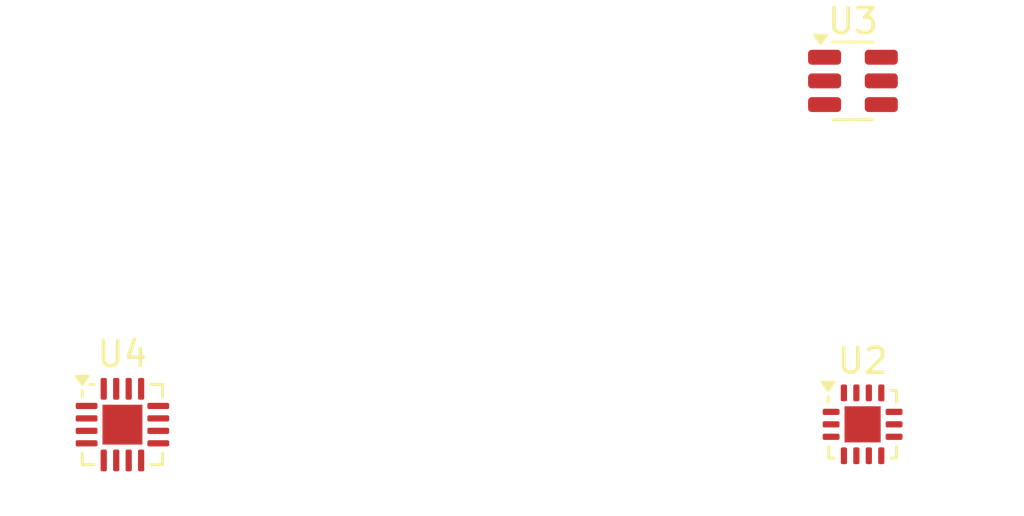
<source format=kicad_pcb>
(kicad_pcb (version 20241229) (generator "pcbnew") (generator_version "9.0")
  (layers (0 "F.Cu" signal) (2 "B.Cu" signal) (13 "F.Paste" user) (15 "B.Paste" user) (5 "F.SilkS" user "F.Silkscreen") (7 "B.SilkS" user "B.Silkscreen") (1 "F.Mask" user) (3 "B.Mask" user) (25 "Edge.Cuts" user))
  (net 0 "")
  (net 1 "VCC")
  (net 2 "/CC1")
  (net 3 "Net-(U2-VDD-Pad3)")
  (net 4 "/CC2")
  (net 5 "VBUS")
  (net 6 "/SDA0")
  (net 7 "/SCL0")
  (net 9 "GND")
  (net 11 "Net-(J1-D--PadA7)")
  (net 12 "/D+")
  (net 13 "Net-(J1-D+-PadA6)")
  (net 14 "/D-")
  (net 20 "Net-(J2-Pin_2)")
  (net 22 "Net-(U4-OUT-Pad10)")
  (footprint "Package_DFN_QFN:VQFN-16-1EP_3x3mm_P0.5mm_EP1.6x1.6mm" (layer "F.Cu") (at 96.0625 70.25)
    (property "Reference" "U4" (at 0 -2.83 0) (layer "F.SilkS"))
    (property "Value" "BQ24075RGT")
    (fp_line (start -1.61 -1.135) (end -1.61 -1.37) (stroke (width 0.12)) (layer "F.SilkS"))
    (fp_line (start -1.61 1.61) (end -1.61 1.135) (stroke (width 0.12)) (layer "F.SilkS"))
    (fp_line (start -1.135 -1.61) (end -1.31 -1.61) (stroke (width 0.12)) (layer "F.SilkS"))
    (fp_line (start -1.135 1.61) (end -1.61 1.61) (stroke (width 0.12)) (layer "F.SilkS"))
    (fp_line (start 1.135 -1.61) (end 1.61 -1.61) (stroke (width 0.12)) (layer "F.SilkS"))
    (fp_line (start 1.135 1.61) (end 1.61 1.61) (stroke (width 0.12)) (layer "F.SilkS"))
    (fp_line (start 1.61 -1.61) (end 1.61 -1.135) (stroke (width 0.12)) (layer "F.SilkS"))
    (fp_line (start 1.61 1.61) (end 1.61 1.135) (stroke (width 0.12)) (layer "F.SilkS"))
    (fp_poly (pts (xy -1.61 -1.61) (xy -1.85 -1.94) (xy -1.37 -1.94)) (stroke (width 0.12)) (fill yes) (layer "F.SilkS"))
    (pad "1" smd roundrect (at -1.4375 -0.75) (size 0.875 0.25) (layers "F.Cu" "F.Mask" "F.Paste"))
    (pad "2" smd roundrect (at -1.4375 -0.25) (size 0.875 0.25) (layers "F.Cu" "F.Mask" "F.Paste") (net 20 "Net-(J2-Pin_2)"))
    (pad "3" smd roundrect (at -1.4375 0.25) (size 0.875 0.25) (layers "F.Cu" "F.Mask" "F.Paste") (net 20 "Net-(J2-Pin_2)"))
    (pad "4" smd roundrect (at -1.4375 0.75) (size 0.875 0.25) (layers "F.Cu" "F.Mask" "F.Paste"))
    (pad "5" smd roundrect (at -0.75 1.4375) (size 0.25 0.875) (layers "F.Cu" "F.Mask" "F.Paste"))
    (pad "6" smd roundrect (at -0.25 1.4375) (size 0.25 0.875) (layers "F.Cu" "F.Mask" "F.Paste"))
    (pad "7" smd roundrect (at 0.25 1.4375) (size 0.25 0.875) (layers "F.Cu" "F.Mask" "F.Paste"))
    (pad "8" smd roundrect (at 0.75 1.4375) (size 0.25 0.875) (layers "F.Cu" "F.Mask" "F.Paste") (net 9 "GND"))
    (pad "9" smd roundrect (at 1.4375 0.75) (size 0.875 0.25) (layers "F.Cu" "F.Mask" "F.Paste"))
    (pad "10" smd roundrect (at 1.4375 0.25) (size 0.875 0.25) (layers "F.Cu" "F.Mask" "F.Paste") (net 22 "Net-(U4-OUT-Pad10)"))
    (pad "11" smd roundrect (at 1.4375 -0.25) (size 0.875 0.25) (layers "F.Cu" "F.Mask" "F.Paste") (net 22 "Net-(U4-OUT-Pad10)"))
    (pad "12" smd roundrect (at 1.4375 -0.75) (size 0.875 0.25) (layers "F.Cu" "F.Mask" "F.Paste"))
    (pad "13" smd roundrect (at 0.75 -1.4375) (size 0.25 0.875) (layers "F.Cu" "F.Mask" "F.Paste") (net 5 "VBUS"))
    (pad "14" smd roundrect (at 0.25 -1.4375) (size 0.25 0.875) (layers "F.Cu" "F.Mask" "F.Paste"))
    (pad "15" smd roundrect (at -0.25 -1.4375) (size 0.25 0.875) (layers "F.Cu" "F.Mask" "F.Paste"))
    (pad "16" smd roundrect (at -0.75 -1.4375) (size 0.25 0.875) (layers "F.Cu" "F.Mask" "F.Paste"))
    (pad "17" smd rect (at 0 0) (size 1.6 1.6) (property pad_prop_heatsink) (layers "F.Cu" "F.Mask") (net 9 "GND"))
  )
  (footprint "Package_TO_SOT_SMD:SOT-23-6" (layer "F.Cu") (at 125.3625 56.45)
    (property "Reference" "U3" (at 0 -2.4 0) (layer "F.SilkS"))
    (property "Value" "USBLC6-2SC6")
    (fp_line (start 0 -1.56) (end -0.8 -1.56) (stroke (width 0.12)) (layer "F.SilkS"))
    (fp_line (start 0 -1.56) (end 0.8 -1.56) (stroke (width 0.12)) (layer "F.SilkS"))
    (fp_line (start 0 1.56) (end -0.8 1.56) (stroke (width 0.12)) (layer "F.SilkS"))
    (fp_line (start 0 1.56) (end 0.8 1.56) (stroke (width 0.12)) (layer "F.SilkS"))
    (fp_poly (pts (xy -1.3 -1.51) (xy -1.54 -1.84) (xy -1.06 -1.84)) (stroke (width 0.12)) (fill yes) (layer "F.SilkS"))
    (pad "1" smd roundrect (at -1.1375 -0.95) (size 1.325 0.6) (layers "F.Cu" "F.Mask" "F.Paste") (net 14 "/D-"))
    (pad "2" smd roundrect (at -1.1375 0) (size 1.325 0.6) (layers "F.Cu" "F.Mask" "F.Paste") (net 9 "GND"))
    (pad "3" smd roundrect (at -1.1375 0.95) (size 1.325 0.6) (layers "F.Cu" "F.Mask" "F.Paste") (net 12 "/D+"))
    (pad "4" smd roundrect (at 1.1375 0.95) (size 1.325 0.6) (layers "F.Cu" "F.Mask" "F.Paste") (net 13 "Net-(J1-D+-PadA6)"))
    (pad "5" smd roundrect (at 1.1375 0) (size 1.325 0.6) (layers "F.Cu" "F.Mask" "F.Paste") (net 5 "VBUS"))
    (pad "6" smd roundrect (at 1.1375 -0.95) (size 1.325 0.6) (layers "F.Cu" "F.Mask" "F.Paste") (net 11 "Net-(J1-D--PadA7)"))
  )
  (footprint "Package_DFN_QFN:WQFN-14-1EP_2.5x2.5mm_P0.5mm_EP1.45x1.45mm" (layer "F.Cu") (at 125.75 70.2375)
    (property "Reference" "U2" (at 0 -2.55 0) (layer "F.SilkS"))
    (property "Value" "FUSB302B01MPX")
    (fp_line (start -1.38 -0.885) (end -1.38 -1.12) (stroke (width 0.12)) (layer "F.SilkS"))
    (fp_line (start -1.36 1.36) (end -1.36 0.885) (stroke (width 0.12)) (layer "F.SilkS"))
    (fp_line (start -1.135 1.36) (end -1.36 1.36) (stroke (width 0.12)) (layer "F.SilkS"))
    (fp_line (start 1.135 -1.36) (end 1.36 -1.36) (stroke (width 0.12)) (layer "F.SilkS"))
    (fp_line (start 1.135 1.36) (end 1.36 1.36) (stroke (width 0.12)) (layer "F.SilkS"))
    (fp_line (start 1.36 -1.36) (end 1.36 -0.885) (stroke (width 0.12)) (layer "F.SilkS"))
    (fp_line (start 1.36 1.36) (end 1.36 0.885) (stroke (width 0.12)) (layer "F.SilkS"))
    (fp_poly (pts (xy -1.38 -1.36) (xy -1.62 -1.69) (xy -1.14 -1.69)) (stroke (width 0.12)) (fill yes) (layer "F.SilkS"))
    (pad "1" smd roundrect (at -1.2625 -0.5) (size 0.675 0.25) (layers "F.Cu" "F.Mask" "F.Paste") (net 4 "/CC2"))
    (pad "2" smd roundrect (at -1.2625 0) (size 0.675 0.25) (layers "F.Cu" "F.Mask" "F.Paste") (net 5 "VBUS"))
    (pad "3" smd roundrect (at -1.2625 0.5) (size 0.675 0.25) (layers "F.Cu" "F.Mask" "F.Paste") (net 3 "Net-(U2-VDD-Pad3)"))
    (pad "4" smd roundrect (at -0.75 1.2625) (size 0.25 0.675) (layers "F.Cu" "F.Mask" "F.Paste") (net 3 "Net-(U2-VDD-Pad3)"))
    (pad "5" smd roundrect (at -0.25 1.2625) (size 0.25 0.675) (layers "F.Cu" "F.Mask" "F.Paste"))
    (pad "6" smd roundrect (at 0.25 1.2625) (size 0.25 0.675) (layers "F.Cu" "F.Mask" "F.Paste") (net 7 "/SCL0"))
    (pad "7" smd roundrect (at 0.75 1.2625) (size 0.25 0.675) (layers "F.Cu" "F.Mask" "F.Paste") (net 6 "/SDA0"))
    (pad "8" smd roundrect (at 1.2625 0.5) (size 0.675 0.25) (layers "F.Cu" "F.Mask" "F.Paste") (net 9 "GND"))
    (pad "9" smd roundrect (at 1.2625 0) (size 0.675 0.25) (layers "F.Cu" "F.Mask" "F.Paste") (net 9 "GND"))
    (pad "10" smd roundrect (at 1.2625 -0.5) (size 0.675 0.25) (layers "F.Cu" "F.Mask" "F.Paste") (net 2 "/CC1"))
    (pad "11" smd roundrect (at 0.75 -1.2625) (size 0.25 0.675) (layers "F.Cu" "F.Mask" "F.Paste") (net 2 "/CC1"))
    (pad "12" smd roundrect (at 0.25 -1.2625) (size 0.25 0.675) (layers "F.Cu" "F.Mask" "F.Paste") (net 1 "VCC"))
    (pad "13" smd roundrect (at -0.25 -1.2625) (size 0.25 0.675) (layers "F.Cu" "F.Mask" "F.Paste") (net 1 "VCC"))
    (pad "14" smd roundrect (at -0.75 -1.2625) (size 0.25 0.675) (layers "F.Cu" "F.Mask" "F.Paste") (net 4 "/CC2"))
    (pad "15" smd rect (at 0 0) (size 1.45 1.45) (property pad_prop_heatsink) (layers "F.Cu" "F.Mask") (net 9 "GND"))
  )
)
</source>
